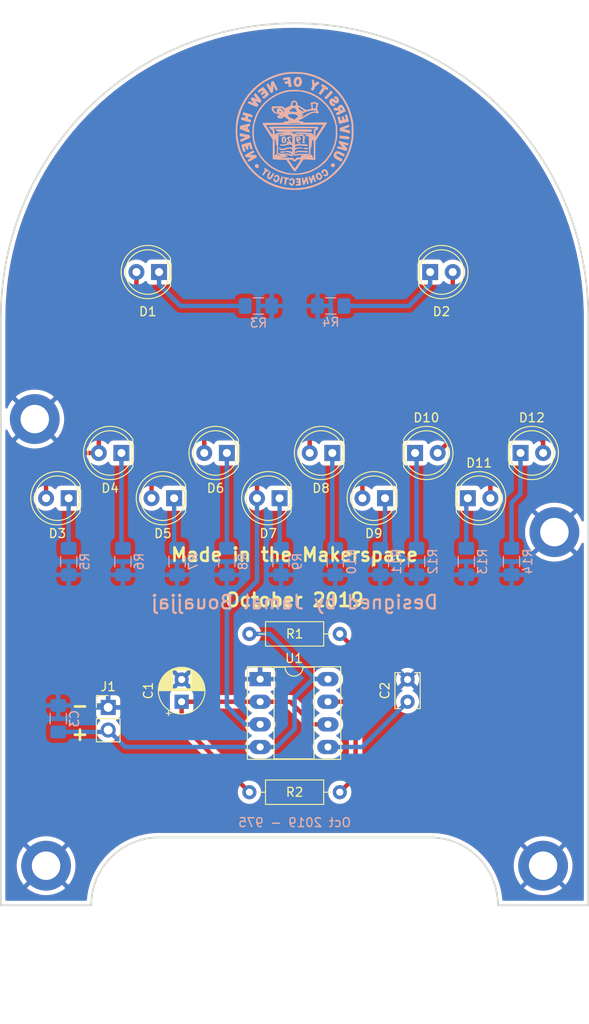
<source format=kicad_pcb>
(kicad_pcb (version 20190605) (host pcbnew "(5.1.0-1601-g80dd3f863)")
  (layers (0 "F.Cu" signal) (31 "B.Cu" signal) (34 "B.Paste" user) (35 "F.Paste" user) (36 "B.SilkS" user) (37 "F.SilkS" user) (38 "B.Mask" user) (39 "F.Mask" user) (44 "Edge.Cuts" user))
  (net 0 "")
  (net 1 "Net-(D9-Pad1)")
  (net 2 "GND")
  (net 3 "Net-(D8-Pad1)")
  (net 4 "Net-(C1-Pad1)")
  (net 5 "Net-(D7-Pad1)")
  (net 6 "VCC")
  (net 7 "Net-(D6-Pad1)")
  (net 8 "Net-(D5-Pad1)")
  (net 9 "Net-(D4-Pad1)")
  (net 10 "Net-(D3-Pad1)")
  (net 11 "Net-(D2-Pad1)")
  (net 12 "Net-(D1-Pad1)")
  (net 13 "Net-(D1-Pad2)")
  (net 14 "Net-(C2-Pad1)")
  (net 15 "Net-(D10-Pad1)")
  (net 16 "Net-(D11-Pad1)")
  (net 17 "Net-(D12-Pad1)")
  (net 18 "Net-(R1-Pad1)")
  (module "MyLogo:UNH 13.4x13.4" (layer "B.Cu") (at 91.44 48.895 180)
    (fp_text reference "G***" hide)
    (fp_text value "LOGO" hide)
  )
  (module "Capacitor_SMD:C_1206_3216Metric_Pad1.42x1.75mm_HandSolder" (layer "B.Cu") (at 64.865 114.935 90)
    (fp_text reference "C3" (at 0 1.82 90) (layer "B.SilkS") (effects (justify mirror)))
    (fp_text value "1uF")
    (pad "2" smd roundrect (at 1.4875 0 90) (size 1.425 1.75) (layers "B.Cu" "B.Paste" "B.Mask") (roundrect_rratio 0.175439) (net 2 "GND"))
    (pad "1" smd roundrect (at -1.4875 0 90) (size 1.425 1.75) (layers "B.Cu" "B.Paste" "B.Mask") (roundrect_rratio 0.175439) (net 6 "VCC"))
  )
  (module "Resistor_SMD:R_1206_3216Metric_Pad1.42x1.75mm_HandSolder" (layer "B.Cu") (at 66.04 97.282 90)
    (fp_text reference "R5" (at 0 1.82 270) (layer "B.SilkS") (effects (justify mirror)))
    (fp_text value "330")
    (pad "2" smd roundrect (at 1.4875 0 90) (size 1.425 1.75) (layers "B.Cu" "B.Paste" "B.Mask") (roundrect_rratio 0.175439) (net 10 "Net-(D3-Pad1)"))
    (pad "1" smd roundrect (at -1.4875 0 90) (size 1.425 1.75) (layers "B.Cu" "B.Paste" "B.Mask") (roundrect_rratio 0.175439) (net 2 "GND"))
  )
  (module "Resistor_SMD:R_1206_3216Metric_Pad1.42x1.75mm_HandSolder" (layer "B.Cu") (at 115.824 97.282 90)
    (fp_text reference "R14" (at 0 1.82 90) (layer "B.SilkS") (effects (justify mirror)))
    (fp_text value "330")
    (pad "2" smd roundrect (at 1.4875 0 90) (size 1.425 1.75) (layers "B.Cu" "B.Paste" "B.Mask") (roundrect_rratio 0.175439) (net 17 "Net-(D12-Pad1)"))
    (pad "1" smd roundrect (at -1.4875 0 90) (size 1.425 1.75) (layers "B.Cu" "B.Paste" "B.Mask") (roundrect_rratio 0.175439) (net 2 "GND"))
  )
  (module "Resistor_SMD:R_1206_3216Metric_Pad1.42x1.75mm_HandSolder" (layer "B.Cu") (at 110.744 97.282 90)
    (fp_text reference "R13" (at 0 1.82 90) (layer "B.SilkS") (effects (justify mirror)))
    (fp_text value "330")
    (pad "2" smd roundrect (at 1.4875 0 90) (size 1.425 1.75) (layers "B.Cu" "B.Paste" "B.Mask") (roundrect_rratio 0.175439) (net 16 "Net-(D11-Pad1)"))
    (pad "1" smd roundrect (at -1.4875 0 90) (size 1.425 1.75) (layers "B.Cu" "B.Paste" "B.Mask") (roundrect_rratio 0.175439) (net 2 "GND"))
  )
  (module "Resistor_SMD:R_1206_3216Metric_Pad1.42x1.75mm_HandSolder" (layer "B.Cu") (at 105.156 97.282 90)
    (fp_text reference "R12" (at 0 1.82 90) (layer "B.SilkS") (effects (justify mirror)))
    (fp_text value "330")
    (pad "2" smd roundrect (at 1.4875 0 90) (size 1.425 1.75) (layers "B.Cu" "B.Paste" "B.Mask") (roundrect_rratio 0.175439) (net 15 "Net-(D10-Pad1)"))
    (pad "1" smd roundrect (at -1.4875 0 90) (size 1.425 1.75) (layers "B.Cu" "B.Paste" "B.Mask") (roundrect_rratio 0.175439) (net 2 "GND"))
  )
  (module "Resistor_SMD:R_1206_3216Metric_Pad1.42x1.75mm_HandSolder" (layer "B.Cu") (at 101.092 97.282 90)
    (fp_text reference "R11" (at 0 1.82 90) (layer "B.SilkS") (effects (justify mirror)))
    (fp_text value "330")
    (pad "2" smd roundrect (at 1.4875 0 90) (size 1.425 1.75) (layers "B.Cu" "B.Paste" "B.Mask") (roundrect_rratio 0.175439) (net 1 "Net-(D9-Pad1)"))
    (pad "1" smd roundrect (at -1.4875 0 90) (size 1.425 1.75) (layers "B.Cu" "B.Paste" "B.Mask") (roundrect_rratio 0.175439) (net 2 "GND"))
  )
  (module "Resistor_SMD:R_1206_3216Metric_Pad1.42x1.75mm_HandSolder" (layer "B.Cu") (at 96.012 97.282 90)
    (fp_text reference "R10" (at 0 1.82 90) (layer "B.SilkS") (effects (justify mirror)))
    (fp_text value "330")
    (pad "2" smd roundrect (at 1.4875 0 90) (size 1.425 1.75) (layers "B.Cu" "B.Paste" "B.Mask") (roundrect_rratio 0.175439) (net 3 "Net-(D8-Pad1)"))
    (pad "1" smd roundrect (at -1.4875 0 90) (size 1.425 1.75) (layers "B.Cu" "B.Paste" "B.Mask") (roundrect_rratio 0.175439) (net 2 "GND"))
  )
  (module "Resistor_SMD:R_1206_3216Metric_Pad1.42x1.75mm_HandSolder" (layer "B.Cu") (at 89.916 97.282 90)
    (fp_text reference "R9" (at 0 1.82 90) (layer "B.SilkS") (effects (justify mirror)))
    (fp_text value "330")
    (pad "2" smd roundrect (at 1.4875 0 90) (size 1.425 1.75) (layers "B.Cu" "B.Paste" "B.Mask") (roundrect_rratio 0.175439) (net 5 "Net-(D7-Pad1)"))
    (pad "1" smd roundrect (at -1.4875 0 90) (size 1.425 1.75) (layers "B.Cu" "B.Paste" "B.Mask") (roundrect_rratio 0.175439) (net 2 "GND"))
  )
  (module "Resistor_SMD:R_1206_3216Metric_Pad1.42x1.75mm_HandSolder" (layer "B.Cu") (at 83.82 97.282 90)
    (fp_text reference "R8" (at 0 1.82 270) (layer "B.SilkS") (effects (justify mirror)))
    (fp_text value "330")
    (pad "2" smd roundrect (at 1.4875 0 90) (size 1.425 1.75) (layers "B.Cu" "B.Paste" "B.Mask") (roundrect_rratio 0.175439) (net 7 "Net-(D6-Pad1)"))
    (pad "1" smd roundrect (at -1.4875 0 90) (size 1.425 1.75) (layers "B.Cu" "B.Paste" "B.Mask") (roundrect_rratio 0.175439) (net 2 "GND"))
  )
  (module "Resistor_SMD:R_1206_3216Metric_Pad1.42x1.75mm_HandSolder" (layer "B.Cu") (at 78.232 97.282 90)
    (fp_text reference "R7" (at 0 1.82 270) (layer "B.SilkS") (effects (justify mirror)))
    (fp_text value "330")
    (pad "2" smd roundrect (at 1.4875 0 90) (size 1.425 1.75) (layers "B.Cu" "B.Paste" "B.Mask") (roundrect_rratio 0.175439) (net 8 "Net-(D5-Pad1)"))
    (pad "1" smd roundrect (at -1.4875 0 90) (size 1.425 1.75) (layers "B.Cu" "B.Paste" "B.Mask") (roundrect_rratio 0.175439) (net 2 "GND"))
  )
  (module "Resistor_SMD:R_1206_3216Metric_Pad1.42x1.75mm_HandSolder" (layer "B.Cu") (at 72.136 97.282 90)
    (fp_text reference "R6" (at 0 1.82 270) (layer "B.SilkS") (effects (justify mirror)))
    (fp_text value "330")
    (pad "2" smd roundrect (at 1.4875 0 90) (size 1.425 1.75) (layers "B.Cu" "B.Paste" "B.Mask") (roundrect_rratio 0.175439) (net 9 "Net-(D4-Pad1)"))
    (pad "1" smd roundrect (at -1.4875 0 90) (size 1.425 1.75) (layers "B.Cu" "B.Paste" "B.Mask") (roundrect_rratio 0.175439) (net 2 "GND"))
  )
  (module "Resistor_SMD:R_1206_3216Metric_Pad1.42x1.75mm_HandSolder" (layer "B.Cu") (at 95.504 68.58)
    (fp_text reference "R4" (at 0 1.82) (layer "B.SilkS") (effects (justify mirror)))
    (fp_text value "330")
    (pad "2" smd roundrect (at 1.4875 0) (size 1.425 1.75) (layers "B.Cu" "B.Paste" "B.Mask") (roundrect_rratio 0.175439) (net 11 "Net-(D2-Pad1)"))
    (pad "1" smd roundrect (at -1.4875 0) (size 1.425 1.75) (layers "B.Cu" "B.Paste" "B.Mask") (roundrect_rratio 0.175439) (net 2 "GND"))
  )
  (module "Resistor_SMD:R_1206_3216Metric_Pad1.42x1.75mm_HandSolder" (layer "B.Cu") (at 87.376 68.58 180)
    (fp_text reference "R3" (at 0 -1.905) (layer "B.SilkS") (effects (justify mirror)))
    (fp_text value "330")
    (pad "2" smd roundrect (at 1.4875 0 180) (size 1.425 1.75) (layers "B.Cu" "B.Paste" "B.Mask") (roundrect_rratio 0.175439) (net 12 "Net-(D1-Pad1)"))
    (pad "1" smd roundrect (at -1.4875 0 180) (size 1.425 1.75) (layers "B.Cu" "B.Paste" "B.Mask") (roundrect_rratio 0.175439) (net 2 "GND"))
  )
  (module "Package_DIP:DIP-8_W7.62mm_Socket_LongPads" (layer "F.Cu") (at 87.567229 110.49)
    (fp_text reference "U1" (at 3.81 -2.33) (layer "F.SilkS"))
    (fp_text value "LM555")
    (pad "8" thru_hole oval (at 7.62 0) (size 2.4 1.6) (drill 0.8) (layers *.Cu *.Mask) (net 6 "VCC"))
    (pad "4" thru_hole oval (at 0 7.62) (size 2.4 1.6) (drill 0.8) (layers *.Cu *.Mask) (net 6 "VCC"))
    (pad "7" thru_hole oval (at 7.62 2.54) (size 2.4 1.6) (drill 0.8) (layers *.Cu *.Mask) (net 18 "Net-(R1-Pad1)"))
    (pad "3" thru_hole oval (at 0 5.08) (size 2.4 1.6) (drill 0.8) (layers *.Cu *.Mask) (net 13 "Net-(D1-Pad2)"))
    (pad "6" thru_hole oval (at 7.62 5.08) (size 2.4 1.6) (drill 0.8) (layers *.Cu *.Mask) (net 4 "Net-(C1-Pad1)"))
    (pad "2" thru_hole oval (at 0 2.54) (size 2.4 1.6) (drill 0.8) (layers *.Cu *.Mask) (net 4 "Net-(C1-Pad1)"))
    (pad "5" thru_hole oval (at 7.62 7.62) (size 2.4 1.6) (drill 0.8) (layers *.Cu *.Mask) (net 14 "Net-(C2-Pad1)"))
    (pad "1" thru_hole rect (at 0 0) (size 2.4 1.6) (drill 0.8) (layers *.Cu *.Mask) (net 2 "GND"))
  )
  (module "MountingHole:MountingHole_3.2mm_M3_DIN965_Pad" (layer "F.Cu") (at 63.5 131.445)
    (fp_text reference "H4" hide)
    (fp_text value "3.2mm Mounting Hole")
    (pad "1" thru_hole circle (at 0 0) (size 5.6 5.6) (drill 3.2) (layers *.Cu *.Mask) (net 2 "GND"))
  )
  (module "MountingHole:MountingHole_3.2mm_M3_DIN965_Pad" (layer "F.Cu") (at 62.23 81.28)
    (fp_text reference "H3" hide)
    (fp_text value "3.2mm Mounting Hole")
    (pad "1" thru_hole circle (at 0 0) (size 5.6 5.6) (drill 3.2) (layers *.Cu *.Mask) (net 2 "GND"))
  )
  (module "MountingHole:MountingHole_3.2mm_M3_DIN965_Pad" (layer "F.Cu") (at 119.38 131.445)
    (fp_text reference "H2" hide)
    (fp_text value "3.2mm Mounting Hole")
    (pad "1" thru_hole circle (at 0 0) (size 5.6 5.6) (drill 3.2) (layers *.Cu *.Mask) (net 2 "GND"))
  )
  (module "MountingHole:MountingHole_3.2mm_M3_DIN965_Pad" (layer "F.Cu") (at 120.65 93.98)
    (fp_text reference "H1" hide)
    (fp_text value "3.2mm Mounting Hole")
    (pad "1" thru_hole circle (at 0 0) (size 5.6 5.6) (drill 3.2) (layers *.Cu *.Mask) (net 2 "GND"))
  )
  (module "Resistor_THT:R_Axial_DIN0207_L6.3mm_D2.5mm_P10.16mm_Horizontal" (layer "F.Cu") (at 86.36 123.19)
    (fp_text reference "R2" (at 5.08 0) (layer "F.SilkS"))
    (fp_text value "R")
    (pad "2" thru_hole oval (at 10.16 0) (size 1.6 1.6) (drill 0.8) (layers *.Cu *.Mask) (net 18 "Net-(R1-Pad1)"))
    (pad "1" thru_hole circle (at 0 0) (size 1.6 1.6) (drill 0.8) (layers *.Cu *.Mask) (net 4 "Net-(C1-Pad1)"))
  )
  (module "Resistor_THT:R_Axial_DIN0207_L6.3mm_D2.5mm_P10.16mm_Horizontal" (layer "F.Cu") (at 96.52 105.41 180)
    (fp_text reference "R1" (at 5.08 0 180) (layer "F.SilkS"))
    (fp_text value "R")
    (pad "2" thru_hole oval (at 10.16 0 180) (size 1.6 1.6) (drill 0.8) (layers *.Cu *.Mask) (net 6 "VCC"))
    (pad "1" thru_hole circle (at 0 0 180) (size 1.6 1.6) (drill 0.8) (layers *.Cu *.Mask) (net 18 "Net-(R1-Pad1)"))
  )
  (module "Connector_PinHeader_2.54mm:PinHeader_1x02_P2.54mm_Vertical" (layer "F.Cu") (at 70.485 113.665)
    (fp_text reference "J1" (at 0 -2.33) (layer "F.SilkS"))
    (fp_text value "Conn_01x02")
    (pad "2" thru_hole oval (at 0 2.54) (size 1.7 1.7) (drill 1) (layers *.Cu *.Mask) (net 6 "VCC"))
    (pad "1" thru_hole rect (at 0 0) (size 1.7 1.7) (drill 1) (layers *.Cu *.Mask) (net 2 "GND"))
  )
  (module "LED_THT:LED_D5.0mm" (layer "F.Cu") (at 101.606662 90.17 180)
    (fp_text reference "D9" (at 1.27 -3.96 180) (layer "F.SilkS"))
    (fp_text value "LED")
    (pad "2" thru_hole circle (at 2.54 0 180) (size 1.8 1.8) (drill 0.9) (layers *.Cu *.Mask) (net 13 "Net-(D1-Pad2)"))
    (pad "1" thru_hole rect (at 0 0 180) (size 1.8 1.8) (drill 0.9) (layers *.Cu *.Mask) (net 1 "Net-(D9-Pad1)"))
  )
  (module "LED_THT:LED_D5.0mm" (layer "F.Cu") (at 95.678885 85.09 180)
    (fp_text reference "D8" (at 1.27 -3.96 180) (layer "F.SilkS"))
    (fp_text value "LED")
    (pad "2" thru_hole circle (at 2.54 0 180) (size 1.8 1.8) (drill 0.9) (layers *.Cu *.Mask) (net 13 "Net-(D1-Pad2)"))
    (pad "1" thru_hole rect (at 0 0 180) (size 1.8 1.8) (drill 0.9) (layers *.Cu *.Mask) (net 3 "Net-(D8-Pad1)"))
  )
  (module "LED_THT:LED_D5.0mm" (layer "F.Cu") (at 89.751108 90.17 180)
    (fp_text reference "D7" (at 1.27 -3.96 180) (layer "F.SilkS"))
    (fp_text value "LED")
    (pad "2" thru_hole circle (at 2.54 0 180) (size 1.8 1.8) (drill 0.9) (layers *.Cu *.Mask) (net 13 "Net-(D1-Pad2)"))
    (pad "1" thru_hole rect (at 0 0 180) (size 1.8 1.8) (drill 0.9) (layers *.Cu *.Mask) (net 5 "Net-(D7-Pad1)"))
  )
  (module "LED_THT:LED_D5.0mm" (layer "F.Cu") (at 83.823331 85.09 180)
    (fp_text reference "D6" (at 1.27 -3.96 180) (layer "F.SilkS"))
    (fp_text value "LED")
    (pad "2" thru_hole circle (at 2.54 0 180) (size 1.8 1.8) (drill 0.9) (layers *.Cu *.Mask) (net 13 "Net-(D1-Pad2)"))
    (pad "1" thru_hole rect (at 0 0 180) (size 1.8 1.8) (drill 0.9) (layers *.Cu *.Mask) (net 7 "Net-(D6-Pad1)"))
  )
  (module "LED_THT:LED_D5.0mm" (layer "F.Cu") (at 77.895554 90.17 180)
    (fp_text reference "D5" (at 1.27 -3.96 180) (layer "F.SilkS"))
    (fp_text value "LED")
    (pad "2" thru_hole circle (at 2.54 0 180) (size 1.8 1.8) (drill 0.9) (layers *.Cu *.Mask) (net 13 "Net-(D1-Pad2)"))
    (pad "1" thru_hole rect (at 0 0 180) (size 1.8 1.8) (drill 0.9) (layers *.Cu *.Mask) (net 8 "Net-(D5-Pad1)"))
  )
  (module "LED_THT:LED_D5.0mm" (layer "F.Cu") (at 71.967777 85.09 180)
    (fp_text reference "D4" (at 1.27 -3.96 180) (layer "F.SilkS"))
    (fp_text value "LED")
    (pad "2" thru_hole circle (at 2.54 0 180) (size 1.8 1.8) (drill 0.9) (layers *.Cu *.Mask) (net 13 "Net-(D1-Pad2)"))
    (pad "1" thru_hole rect (at 0 0 180) (size 1.8 1.8) (drill 0.9) (layers *.Cu *.Mask) (net 9 "Net-(D4-Pad1)"))
  )
  (module "LED_THT:LED_D5.0mm" (layer "F.Cu") (at 66.04 90.17 180)
    (fp_text reference "D3" (at 1.27 -3.96 180) (layer "F.SilkS"))
    (fp_text value "LED")
    (pad "2" thru_hole circle (at 2.54 0 180) (size 1.8 1.8) (drill 0.9) (layers *.Cu *.Mask) (net 13 "Net-(D1-Pad2)"))
    (pad "1" thru_hole rect (at 0 0 180) (size 1.8 1.8) (drill 0.9) (layers *.Cu *.Mask) (net 10 "Net-(D3-Pad1)"))
  )
  (module "LED_THT:LED_D5.0mm" (layer "F.Cu") (at 106.68 64.77)
    (fp_text reference "D2" (at 1.27 4.445) (layer "F.SilkS"))
    (fp_text value "LED")
    (pad "2" thru_hole circle (at 2.54 0) (size 1.8 1.8) (drill 0.9) (layers *.Cu *.Mask) (net 13 "Net-(D1-Pad2)"))
    (pad "1" thru_hole rect (at 0 0) (size 1.8 1.8) (drill 0.9) (layers *.Cu *.Mask) (net 11 "Net-(D2-Pad1)"))
  )
  (module "LED_THT:LED_D5.0mm" (layer "F.Cu") (at 76.2 64.77 180)
    (fp_text reference "D1" (at 1.27 -4.445 180) (layer "F.SilkS"))
    (fp_text value "LED")
    (pad "2" thru_hole circle (at 2.54 0 180) (size 1.8 1.8) (drill 0.9) (layers *.Cu *.Mask) (net 13 "Net-(D1-Pad2)"))
    (pad "1" thru_hole rect (at 0 0 180) (size 1.8 1.8) (drill 0.9) (layers *.Cu *.Mask) (net 12 "Net-(D1-Pad1)"))
  )
  (module "Capacitor_THT:C_Disc_D3.8mm_W2.6mm_P2.50mm" (layer "F.Cu") (at 104.14 113.03 90)
    (fp_text reference "C2" (at 1.25 -2.55 90) (layer "F.SilkS"))
    (fp_text value "C")
    (pad "2" thru_hole circle (at 2.5 0 90) (size 1.6 1.6) (drill 0.8) (layers *.Cu *.Mask) (net 2 "GND"))
    (pad "1" thru_hole circle (at 0 0 90) (size 1.6 1.6) (drill 0.8) (layers *.Cu *.Mask) (net 14 "Net-(C2-Pad1)"))
  )
  (module "Capacitor_THT:CP_Radial_D5.0mm_P2.50mm" (layer "F.Cu") (at 78.74 113.03 90)
    (fp_text reference "C1" (at 1.25 -3.75 90) (layer "F.SilkS"))
    (fp_text value "C")
    (pad "2" thru_hole circle (at 2.5 0 90) (size 1.6 1.6) (drill 0.8) (layers *.Cu *.Mask) (net 2 "GND"))
    (pad "1" thru_hole rect (at 0 0 90) (size 1.6 1.6) (drill 0.8) (layers *.Cu *.Mask) (net 4 "Net-(C1-Pad1)"))
  )
  (module "LED_THT:LED_D5.0mm" (layer "F.Cu") (at 116.839993 85.09)
    (fp_text reference "D12" (at 1.27 -3.96) (layer "F.SilkS"))
    (fp_text value "LED")
    (pad "2" thru_hole circle (at 2.54 0) (size 1.8 1.8) (drill 0.9) (layers *.Cu *.Mask) (net 13 "Net-(D1-Pad2)"))
    (pad "1" thru_hole rect (at 0 0) (size 1.8 1.8) (drill 0.9) (layers *.Cu *.Mask) (net 17 "Net-(D12-Pad1)"))
  )
  (module "LED_THT:LED_D5.0mm" (layer "F.Cu") (at 110.912216 90.17)
    (fp_text reference "D11" (at 1.27 -3.96) (layer "F.SilkS"))
    (fp_text value "LED")
    (pad "2" thru_hole circle (at 2.54 0) (size 1.8 1.8) (drill 0.9) (layers *.Cu *.Mask) (net 13 "Net-(D1-Pad2)"))
    (pad "1" thru_hole rect (at 0 0) (size 1.8 1.8) (drill 0.9) (layers *.Cu *.Mask) (net 16 "Net-(D11-Pad1)"))
  )
  (module "LED_THT:LED_D5.0mm" (layer "F.Cu") (at 104.984439 85.09)
    (fp_text reference "D10" (at 1.27 -3.96) (layer "F.SilkS"))
    (fp_text value "LED")
    (pad "2" thru_hole circle (at 2.54 0) (size 1.8 1.8) (drill 0.9) (layers *.Cu *.Mask) (net 13 "Net-(D1-Pad2)"))
    (pad "1" thru_hole rect (at 0 0) (size 1.8 1.8) (drill 0.9) (layers *.Cu *.Mask) (net 15 "Net-(D10-Pad1)"))
  )
  (gr_text "Oct 2019 - 975" (at 91.44 126.597) (layer "B.SilkS") (effects (font (size 1 1)) (justify mirror)))
  (gr_text "Boo" (at 116.205 134.62) (layer "F.Cu") (effects (font (size 1 1))))
  (gr_text "Boo" (at 66.675 134.62) (layer "F.Cu") (effects (font (size 1 1)) (justify mirror)))
  (gr_text "October 2019" (at 91.44 101.6) (layer "F.SilkS") (effects (font (size 1.5 1.5) (thickness 0.3))))
  (gr_arc (start 91.44 69.85) (end 124.46 69.85) (angle -180) (layer "Edge.Cuts") (width 0.2))
  (gr_text "Designed by Jamal Bouajjaj" (at 91.44 101.854) (layer "B.SilkS") (effects (font (size 1.524 1.524) (thickness 0.254)) (justify mirror)))
  (gr_text "Made in the Makerspace" (at 91.44 96.52) (layer "F.SilkS") (effects (font (size 1.5 1.5) (thickness 0.3))))
  (gr_line (start 76.2 128.27) (end 106.68 128.27) (layer "Edge.Cuts") (width 0.2))
  (gr_arc (start 76.2 135.89) (end 76.2 128.27) (angle -90) (layer "Edge.Cuts") (width 0.2))
  (gr_arc (start 106.68 135.89) (end 114.3 135.89) (angle -90) (layer "Edge.Cuts") (width 0.2))
  (gr_line (start 124.46 135.89) (end 114.3 135.89) (layer "Edge.Cuts") (width 0.2))
  (gr_line (start 58.42 135.89) (end 68.58 135.89) (layer "Edge.Cuts") (width 0.2))
  (gr_line (start 58.42 135.89) (end 58.42 69.85) (layer "Edge.Cuts") (width 0.2))
  (gr_line (start 124.46 69.85) (end 124.46 135.89) (layer "Edge.Cuts") (width 0.2))
  (gr_text "-" (at 67.31 113.665 180) (layer "F.SilkS") (effects (font (size 1.5 1.5) (thickness 0.3))))
  (gr_text "+" (at 67.31 116.84 180) (layer "F.SilkS") (effects (font (size 1.5 1.5) (thickness 0.3))))
  (segment (start 106.68 64.77) (end 106.68 66.17) (width 0.5) (layer "B.Cu") (net 11))
  (segment (start 106.68 66.17) (end 104.27 68.58) (width 0.5) (layer "B.Cu") (net 11))
  (segment (start 104.27 68.58) (end 97.704 68.58) (width 0.5) (layer "B.Cu") (net 11))
  (segment (start 97.704 68.58) (end 96.9915 68.58) (width 0.5) (layer "B.Cu") (net 11))
  (segment (start 76.2 64.77) (end 76.2 66.17) (width 0.5) (layer "B.Cu") (net 12))
  (segment (start 76.2 66.17) (end 78.61 68.58) (width 0.5) (layer "B.Cu") (net 12))
  (segment (start 78.61 68.58) (end 85.176 68.58) (width 0.5) (layer "B.Cu") (net 12))
  (segment (start 85.176 68.58) (end 85.8885 68.58) (width 0.5) (layer "B.Cu") (net 12))
  (segment (start 64.865 116.4225) (end 70.2675 116.4225) (width 0.5) (layer "B.Cu") (net 6))
  (segment (start 70.2675 116.4225) (end 70.485 116.205) (width 0.5) (layer "B.Cu") (net 6))
  (segment (start 64.865 113.4475) (end 70.2675 113.4475) (width 0.5) (layer "B.Cu") (net 2))
  (segment (start 70.2675 113.4475) (end 70.485 113.665) (width 0.5) (layer "B.Cu") (net 2))
  (segment (start 98.298 111.619229) (end 98.298 121.412) (width 0.5) (layer "F.Cu") (net 18))
  (segment (start 98.298 121.412) (end 96.52 123.19) (width 0.5) (layer "F.Cu") (net 18))
  (segment (start 98.298 111.619229) (end 98.298 107.188) (width 0.5) (layer "F.Cu") (net 18))
  (segment (start 98.298 107.188) (end 96.52 105.41) (width 0.5) (layer "F.Cu") (net 18))
  (segment (start 95.187229 113.03) (end 96.887229 113.03) (width 0.5) (layer "F.Cu") (net 18))
  (segment (start 96.887229 113.03) (end 98.298 111.619229) (width 0.5) (layer "F.Cu") (net 18))
  (segment (start 95.187229 118.11) (end 99.06 118.11) (width 0.5) (layer "B.Cu") (net 14))
  (segment (start 99.06 118.11) (end 104.14 113.03) (width 0.5) (layer "B.Cu") (net 14))
  (segment (start 63.5 87.63) (end 66.04 85.09) (width 0.5) (layer "F.Cu") (net 13))
  (segment (start 63.5 90.17) (end 63.5 87.63) (width 0.5) (layer "F.Cu") (net 13))
  (segment (start 66.04 85.09) (end 69.427777 85.09) (width 0.5) (layer "F.Cu") (net 13))
  (segment (start 69.427777 79.416223) (end 73.914 74.93) (width 0.5) (layer "F.Cu") (net 13))
  (segment (start 73.914 74.93) (end 78.994 74.93) (width 0.5) (layer "F.Cu") (net 13))
  (segment (start 69.427777 85.09) (end 69.427777 79.416223) (width 0.5) (layer "F.Cu") (net 13))
  (segment (start 75.355554 78.568446) (end 78.994 74.93) (width 0.5) (layer "F.Cu") (net 13))
  (segment (start 78.994 74.93) (end 84.074 74.93) (width 0.5) (layer "F.Cu") (net 13))
  (segment (start 75.355554 90.17) (end 75.355554 78.568446) (width 0.5) (layer "F.Cu") (net 13))
  (segment (start 81.283331 77.720669) (end 84.074 74.93) (width 0.5) (layer "F.Cu") (net 13))
  (segment (start 84.074 74.93) (end 90.17 74.93) (width 0.5) (layer "F.Cu") (net 13))
  (segment (start 81.283331 85.09) (end 81.283331 77.720669) (width 0.5) (layer "F.Cu") (net 13))
  (segment (start 96.012 74.93) (end 100.584 74.93) (width 0.5) (layer "F.Cu") (net 13))
  (segment (start 95.758 74.93) (end 96.012 74.93) (width 0.5) (layer "F.Cu") (net 13))
  (segment (start 87.211108 77.888892) (end 90.17 74.93) (width 0.5) (layer "F.Cu") (net 13))
  (segment (start 90.17 74.93) (end 96.012 74.93) (width 0.5) (layer "F.Cu") (net 13))
  (segment (start 87.211108 90.17) (end 87.211108 77.888892) (width 0.5) (layer "F.Cu") (net 13))
  (segment (start 93.138885 77.549115) (end 95.758 74.93) (width 0.5) (layer "F.Cu") (net 13))
  (segment (start 93.138885 85.09) (end 93.138885 77.549115) (width 0.5) (layer "F.Cu") (net 13))
  (segment (start 100.584 74.93) (end 99.066662 76.447338) (width 0.5) (layer "F.Cu") (net 13))
  (segment (start 99.066662 76.447338) (end 99.066662 90.17) (width 0.5) (layer "F.Cu") (net 13))
  (segment (start 109.22 74.93) (end 100.584 74.93) (width 0.5) (layer "F.Cu") (net 13))
  (segment (start 107.524439 85.09) (end 113.452216 79.162223) (width 0.5) (layer "F.Cu") (net 13))
  (segment (start 113.452216 79.162223) (end 113.452216 79.162216) (width 0.5) (layer "F.Cu") (net 13))
  (segment (start 119.379993 85.09) (end 119.379993 83.817208) (width 0.5) (layer "F.Cu") (net 13))
  (segment (start 119.379993 83.817208) (end 114.725001 79.162216) (width 0.5) (layer "F.Cu") (net 13))
  (segment (start 114.725001 79.162216) (end 113.452216 79.162216) (width 0.5) (layer "F.Cu") (net 13))
  (segment (start 109.22 74.93) (end 113.452216 79.162216) (width 0.5) (layer "F.Cu") (net 13))
  (segment (start 109.22 64.77) (end 109.22 74.93) (width 0.5) (layer "F.Cu") (net 13))
  (segment (start 113.452216 79.162216) (end 113.452216 90.17) (width 0.5) (layer "F.Cu") (net 13))
  (segment (start 88.646 105.41) (end 93.726 110.49) (width 0.5) (layer "B.Cu") (net 6))
  (segment (start 86.36 105.41) (end 88.646 105.41) (width 0.5) (layer "B.Cu") (net 6))
  (segment (start 93.726 110.49) (end 95.187229 110.49) (width 0.5) (layer "B.Cu") (net 6))
  (segment (start 93.487229 110.49) (end 91.44 112.537229) (width 0.5) (layer "B.Cu") (net 6))
  (segment (start 95.187229 110.49) (end 93.487229 110.49) (width 0.5) (layer "B.Cu") (net 6))
  (segment (start 91.44 112.537229) (end 91.44 116.078) (width 0.5) (layer "B.Cu") (net 6))
  (segment (start 91.44 116.078) (end 89.408 118.11) (width 0.5) (layer "B.Cu") (net 6))
  (segment (start 89.408 118.11) (end 87.567229 118.11) (width 0.5) (layer "B.Cu") (net 6))
  (segment (start 87.567229 118.11) (end 72.39 118.11) (width 0.5) (layer "B.Cu") (net 6))
  (segment (start 72.39 118.11) (end 70.485 116.205) (width 0.5) (layer "B.Cu") (net 6))
  (segment (start 86.36 123.19) (end 78.74 115.57) (width 0.5) (layer "F.Cu") (net 4))
  (segment (start 78.74 115.57) (end 78.74 113.03) (width 0.5) (layer "F.Cu") (net 4))
  (segment (start 95.187229 115.57) (end 93.487229 115.57) (width 0.5) (layer "F.Cu") (net 4))
  (segment (start 93.487229 115.57) (end 90.947229 113.03) (width 0.5) (layer "F.Cu") (net 4))
  (segment (start 90.947229 113.03) (end 89.267229 113.03) (width 0.5) (layer "F.Cu") (net 4))
  (segment (start 89.267229 113.03) (end 87.567229 113.03) (width 0.5) (layer "F.Cu") (net 4))
  (segment (start 78.74 113.03) (end 87.567229 113.03) (width 0.5) (layer "F.Cu") (net 4))
  (segment (start 73.66 69.596) (end 78.994 74.93) (width 0.5) (layer "F.Cu") (net 13))
  (segment (start 73.66 64.77) (end 73.66 69.596) (width 0.5) (layer "F.Cu") (net 13))
  (segment (start 66.04 95.7945) (end 66.04 90.17) (width 0.5) (layer "B.Cu") (net 10))
  (segment (start 71.967777 95.626277) (end 72.136 95.7945) (width 0.5) (layer "B.Cu") (net 9))
  (segment (start 71.967777 85.09) (end 71.967777 95.626277) (width 0.5) (layer "B.Cu") (net 9))
  (segment (start 83.823331 95.791169) (end 83.82 95.7945) (width 0.5) (layer "B.Cu") (net 7))
  (segment (start 83.823331 85.09) (end 83.823331 95.791169) (width 0.5) (layer "B.Cu") (net 7))
  (segment (start 89.751108 95.629608) (end 89.916 95.7945) (width 0.5) (layer "B.Cu") (net 5))
  (segment (start 89.751108 90.17) (end 89.751108 95.629608) (width 0.5) (layer "B.Cu") (net 5))
  (segment (start 77.895554 95.458054) (end 78.232 95.7945) (width 0.5) (layer "B.Cu") (net 8))
  (segment (start 77.895554 90.17) (end 77.895554 95.458054) (width 0.5) (layer "B.Cu") (net 8))
  (segment (start 95.678885 95.461385) (end 96.012 95.7945) (width 0.5) (layer "B.Cu") (net 3))
  (segment (start 95.678885 85.09) (end 95.678885 95.461385) (width 0.5) (layer "B.Cu") (net 3))
  (segment (start 101.606662 95.279838) (end 101.092 95.7945) (width 0.5) (layer "B.Cu") (net 1))
  (segment (start 101.606662 90.17) (end 101.606662 95.279838) (width 0.5) (layer "B.Cu") (net 1))
  (segment (start 105.156 85.261561) (end 104.984439 85.09) (width 0.5) (layer "B.Cu") (net 15))
  (segment (start 105.156 95.7945) (end 105.156 85.261561) (width 0.5) (layer "B.Cu") (net 15))
  (segment (start 110.744 90.338216) (end 110.912216 90.17) (width 0.5) (layer "B.Cu") (net 16))
  (segment (start 110.744 95.7945) (end 110.744 90.338216) (width 0.5) (layer "B.Cu") (net 16))
  (segment (start 116.839993 85.09) (end 116.839993 89.662007) (width 0.5) (layer "B.Cu") (net 17))
  (segment (start 115.824 90.678) (end 115.824 95.7945) (width 0.5) (layer "B.Cu") (net 17))
  (segment (start 116.839993 89.662007) (end 115.824 90.678) (width 0.5) (layer "B.Cu") (net 17))
  (segment (start 85.867229 115.57) (end 87.567229 115.57) (width 0.5) (layer "B.Cu") (net 13))
  (segment (start 83.827615 113.530386) (end 85.867229 115.57) (width 0.5) (layer "B.Cu") (net 13))
  (segment (start 83.827614 102.862386) (end 83.827615 113.530386) (width 0.5) (layer "B.Cu") (net 13))
  (segment (start 87.211108 90.17) (end 87.211108 99.478892) (width 0.5) (layer "B.Cu") (net 13))
  (segment (start 87.211108 99.478892) (end 83.827614 102.862386) (width 0.5) (layer "B.Cu") (net 13))
  (zone (net 2) (net_name "GND") (layer "F.Cu") (connect_pads (clearance 0.508)) (min_thickness 0.254) (fill yes (thermal_gap 0.508) (thermal_bridge_width 0.508))
    (polygon (pts (xy 58.42 135.89) (xy 124.46 135.89) (xy 124.46 36.83) (xy 58.42 36.83)))
  )
  (zone (net 2) (net_name "GND") (layer "B.Cu") (connect_pads (clearance 0.508)) (min_thickness 0.254) (fill yes (thermal_gap 0.508) (thermal_bridge_width 0.508))
    (polygon (pts (xy 58.42 135.89) (xy 124.46 135.89) (xy 124.46 36.83) (xy 58.42 36.83)))
  )
)
</source>
